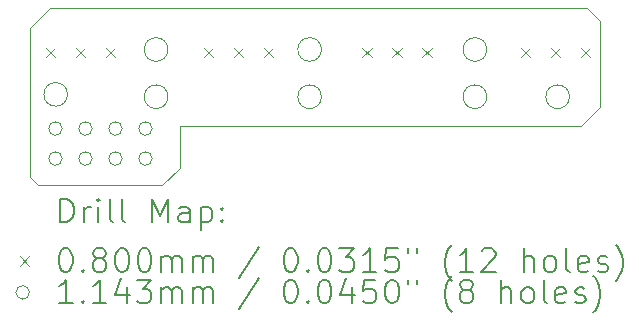
<source format=gbr>
%TF.GenerationSoftware,KiCad,Pcbnew,8.0.2-1*%
%TF.CreationDate,2024-07-06T18:07:39-04:00*%
%TF.ProjectId,sensor_v3,73656e73-6f72-45f7-9633-2e6b69636164,rev?*%
%TF.SameCoordinates,Original*%
%TF.FileFunction,Drillmap*%
%TF.FilePolarity,Positive*%
%FSLAX45Y45*%
G04 Gerber Fmt 4.5, Leading zero omitted, Abs format (unit mm)*
G04 Created by KiCad (PCBNEW 8.0.2-1) date 2024-07-06 18:07:39*
%MOMM*%
%LPD*%
G01*
G04 APERTURE LIST*
%ADD10C,0.050000*%
%ADD11C,0.200000*%
%ADD12C,0.100000*%
%ADD13C,0.114300*%
G04 APERTURE END LIST*
D10*
X3100000Y-2650000D02*
G75*
G02*
X2900000Y-2650000I-100000J0D01*
G01*
X2900000Y-2650000D02*
G75*
G02*
X3100000Y-2650000I100000J0D01*
G01*
X5800000Y-2250000D02*
G75*
G02*
X5600000Y-2250000I-100000J0D01*
G01*
X5600000Y-2250000D02*
G75*
G02*
X5800000Y-2250000I100000J0D01*
G01*
X4400000Y-2650000D02*
G75*
G02*
X4200000Y-2650000I-100000J0D01*
G01*
X4200000Y-2650000D02*
G75*
G02*
X4400000Y-2650000I100000J0D01*
G01*
X6500000Y-2650000D02*
G75*
G02*
X6300000Y-2650000I-100000J0D01*
G01*
X6300000Y-2650000D02*
G75*
G02*
X6500000Y-2650000I100000J0D01*
G01*
X4400000Y-2250000D02*
G75*
G02*
X4200000Y-2250000I-100000J0D01*
G01*
X4200000Y-2250000D02*
G75*
G02*
X4400000Y-2250000I100000J0D01*
G01*
X3100000Y-2250000D02*
G75*
G02*
X2900000Y-2250000I-100000J0D01*
G01*
X2900000Y-2250000D02*
G75*
G02*
X3100000Y-2250000I100000J0D01*
G01*
X2250000Y-2630000D02*
G75*
G02*
X2050000Y-2630000I-100000J0D01*
G01*
X2050000Y-2630000D02*
G75*
G02*
X2250000Y-2630000I100000J0D01*
G01*
X5800000Y-2650000D02*
G75*
G02*
X5600000Y-2650000I-100000J0D01*
G01*
X5600000Y-2650000D02*
G75*
G02*
X5800000Y-2650000I100000J0D01*
G01*
X6760000Y-2010000D02*
X6760000Y-2740000D01*
X6600000Y-2900000D01*
X3200000Y-2900000D01*
X3200000Y-3250000D01*
X3050000Y-3400000D01*
X2000000Y-3400000D01*
X1930000Y-3330000D01*
X1930000Y-2070000D01*
X2100000Y-1900000D01*
X6650000Y-1900000D01*
X6760000Y-2010000D01*
D11*
D12*
X2066000Y-2236000D02*
X2146000Y-2316000D01*
X2146000Y-2236000D02*
X2066000Y-2316000D01*
X2320000Y-2236000D02*
X2400000Y-2316000D01*
X2400000Y-2236000D02*
X2320000Y-2316000D01*
X2574000Y-2236000D02*
X2654000Y-2316000D01*
X2654000Y-2236000D02*
X2574000Y-2316000D01*
X3406000Y-2236000D02*
X3486000Y-2316000D01*
X3486000Y-2236000D02*
X3406000Y-2316000D01*
X3660000Y-2236000D02*
X3740000Y-2316000D01*
X3740000Y-2236000D02*
X3660000Y-2316000D01*
X3914000Y-2236000D02*
X3994000Y-2316000D01*
X3994000Y-2236000D02*
X3914000Y-2316000D01*
X4746000Y-2236000D02*
X4826000Y-2316000D01*
X4826000Y-2236000D02*
X4746000Y-2316000D01*
X5000000Y-2236000D02*
X5080000Y-2316000D01*
X5080000Y-2236000D02*
X5000000Y-2316000D01*
X5254000Y-2236000D02*
X5334000Y-2316000D01*
X5334000Y-2236000D02*
X5254000Y-2316000D01*
X6086000Y-2236000D02*
X6166000Y-2316000D01*
X6166000Y-2236000D02*
X6086000Y-2316000D01*
X6340000Y-2236000D02*
X6420000Y-2316000D01*
X6420000Y-2236000D02*
X6340000Y-2316000D01*
X6594000Y-2236000D02*
X6674000Y-2316000D01*
X6674000Y-2236000D02*
X6594000Y-2316000D01*
D13*
X2205150Y-2920000D02*
G75*
G02*
X2090850Y-2920000I-57150J0D01*
G01*
X2090850Y-2920000D02*
G75*
G02*
X2205150Y-2920000I57150J0D01*
G01*
X2205150Y-3174000D02*
G75*
G02*
X2090850Y-3174000I-57150J0D01*
G01*
X2090850Y-3174000D02*
G75*
G02*
X2205150Y-3174000I57150J0D01*
G01*
X2459150Y-2920000D02*
G75*
G02*
X2344850Y-2920000I-57150J0D01*
G01*
X2344850Y-2920000D02*
G75*
G02*
X2459150Y-2920000I57150J0D01*
G01*
X2459150Y-3174000D02*
G75*
G02*
X2344850Y-3174000I-57150J0D01*
G01*
X2344850Y-3174000D02*
G75*
G02*
X2459150Y-3174000I57150J0D01*
G01*
X2713150Y-2920000D02*
G75*
G02*
X2598850Y-2920000I-57150J0D01*
G01*
X2598850Y-2920000D02*
G75*
G02*
X2713150Y-2920000I57150J0D01*
G01*
X2713150Y-3174000D02*
G75*
G02*
X2598850Y-3174000I-57150J0D01*
G01*
X2598850Y-3174000D02*
G75*
G02*
X2713150Y-3174000I57150J0D01*
G01*
X2967150Y-2920000D02*
G75*
G02*
X2852850Y-2920000I-57150J0D01*
G01*
X2852850Y-2920000D02*
G75*
G02*
X2967150Y-2920000I57150J0D01*
G01*
X2967150Y-3174000D02*
G75*
G02*
X2852850Y-3174000I-57150J0D01*
G01*
X2852850Y-3174000D02*
G75*
G02*
X2967150Y-3174000I57150J0D01*
G01*
D11*
X2188277Y-3713984D02*
X2188277Y-3513984D01*
X2188277Y-3513984D02*
X2235896Y-3513984D01*
X2235896Y-3513984D02*
X2264467Y-3523508D01*
X2264467Y-3523508D02*
X2283515Y-3542555D01*
X2283515Y-3542555D02*
X2293039Y-3561603D01*
X2293039Y-3561603D02*
X2302563Y-3599698D01*
X2302563Y-3599698D02*
X2302563Y-3628269D01*
X2302563Y-3628269D02*
X2293039Y-3666365D01*
X2293039Y-3666365D02*
X2283515Y-3685412D01*
X2283515Y-3685412D02*
X2264467Y-3704460D01*
X2264467Y-3704460D02*
X2235896Y-3713984D01*
X2235896Y-3713984D02*
X2188277Y-3713984D01*
X2388277Y-3713984D02*
X2388277Y-3580650D01*
X2388277Y-3618746D02*
X2397801Y-3599698D01*
X2397801Y-3599698D02*
X2407324Y-3590174D01*
X2407324Y-3590174D02*
X2426372Y-3580650D01*
X2426372Y-3580650D02*
X2445420Y-3580650D01*
X2512086Y-3713984D02*
X2512086Y-3580650D01*
X2512086Y-3513984D02*
X2502563Y-3523508D01*
X2502563Y-3523508D02*
X2512086Y-3533031D01*
X2512086Y-3533031D02*
X2521610Y-3523508D01*
X2521610Y-3523508D02*
X2512086Y-3513984D01*
X2512086Y-3513984D02*
X2512086Y-3533031D01*
X2635896Y-3713984D02*
X2616848Y-3704460D01*
X2616848Y-3704460D02*
X2607324Y-3685412D01*
X2607324Y-3685412D02*
X2607324Y-3513984D01*
X2740658Y-3713984D02*
X2721610Y-3704460D01*
X2721610Y-3704460D02*
X2712086Y-3685412D01*
X2712086Y-3685412D02*
X2712086Y-3513984D01*
X2969229Y-3713984D02*
X2969229Y-3513984D01*
X2969229Y-3513984D02*
X3035896Y-3656841D01*
X3035896Y-3656841D02*
X3102562Y-3513984D01*
X3102562Y-3513984D02*
X3102562Y-3713984D01*
X3283515Y-3713984D02*
X3283515Y-3609222D01*
X3283515Y-3609222D02*
X3273991Y-3590174D01*
X3273991Y-3590174D02*
X3254943Y-3580650D01*
X3254943Y-3580650D02*
X3216848Y-3580650D01*
X3216848Y-3580650D02*
X3197801Y-3590174D01*
X3283515Y-3704460D02*
X3264467Y-3713984D01*
X3264467Y-3713984D02*
X3216848Y-3713984D01*
X3216848Y-3713984D02*
X3197801Y-3704460D01*
X3197801Y-3704460D02*
X3188277Y-3685412D01*
X3188277Y-3685412D02*
X3188277Y-3666365D01*
X3188277Y-3666365D02*
X3197801Y-3647317D01*
X3197801Y-3647317D02*
X3216848Y-3637793D01*
X3216848Y-3637793D02*
X3264467Y-3637793D01*
X3264467Y-3637793D02*
X3283515Y-3628269D01*
X3378753Y-3580650D02*
X3378753Y-3780650D01*
X3378753Y-3590174D02*
X3397801Y-3580650D01*
X3397801Y-3580650D02*
X3435896Y-3580650D01*
X3435896Y-3580650D02*
X3454943Y-3590174D01*
X3454943Y-3590174D02*
X3464467Y-3599698D01*
X3464467Y-3599698D02*
X3473991Y-3618746D01*
X3473991Y-3618746D02*
X3473991Y-3675888D01*
X3473991Y-3675888D02*
X3464467Y-3694936D01*
X3464467Y-3694936D02*
X3454943Y-3704460D01*
X3454943Y-3704460D02*
X3435896Y-3713984D01*
X3435896Y-3713984D02*
X3397801Y-3713984D01*
X3397801Y-3713984D02*
X3378753Y-3704460D01*
X3559705Y-3694936D02*
X3569229Y-3704460D01*
X3569229Y-3704460D02*
X3559705Y-3713984D01*
X3559705Y-3713984D02*
X3550182Y-3704460D01*
X3550182Y-3704460D02*
X3559705Y-3694936D01*
X3559705Y-3694936D02*
X3559705Y-3713984D01*
X3559705Y-3590174D02*
X3569229Y-3599698D01*
X3569229Y-3599698D02*
X3559705Y-3609222D01*
X3559705Y-3609222D02*
X3550182Y-3599698D01*
X3550182Y-3599698D02*
X3559705Y-3590174D01*
X3559705Y-3590174D02*
X3559705Y-3609222D01*
D12*
X1847500Y-4002500D02*
X1927500Y-4082500D01*
X1927500Y-4002500D02*
X1847500Y-4082500D01*
D11*
X2226372Y-3933984D02*
X2245420Y-3933984D01*
X2245420Y-3933984D02*
X2264467Y-3943508D01*
X2264467Y-3943508D02*
X2273991Y-3953031D01*
X2273991Y-3953031D02*
X2283515Y-3972079D01*
X2283515Y-3972079D02*
X2293039Y-4010174D01*
X2293039Y-4010174D02*
X2293039Y-4057793D01*
X2293039Y-4057793D02*
X2283515Y-4095888D01*
X2283515Y-4095888D02*
X2273991Y-4114936D01*
X2273991Y-4114936D02*
X2264467Y-4124460D01*
X2264467Y-4124460D02*
X2245420Y-4133984D01*
X2245420Y-4133984D02*
X2226372Y-4133984D01*
X2226372Y-4133984D02*
X2207324Y-4124460D01*
X2207324Y-4124460D02*
X2197801Y-4114936D01*
X2197801Y-4114936D02*
X2188277Y-4095888D01*
X2188277Y-4095888D02*
X2178753Y-4057793D01*
X2178753Y-4057793D02*
X2178753Y-4010174D01*
X2178753Y-4010174D02*
X2188277Y-3972079D01*
X2188277Y-3972079D02*
X2197801Y-3953031D01*
X2197801Y-3953031D02*
X2207324Y-3943508D01*
X2207324Y-3943508D02*
X2226372Y-3933984D01*
X2378753Y-4114936D02*
X2388277Y-4124460D01*
X2388277Y-4124460D02*
X2378753Y-4133984D01*
X2378753Y-4133984D02*
X2369229Y-4124460D01*
X2369229Y-4124460D02*
X2378753Y-4114936D01*
X2378753Y-4114936D02*
X2378753Y-4133984D01*
X2502563Y-4019698D02*
X2483515Y-4010174D01*
X2483515Y-4010174D02*
X2473991Y-4000650D01*
X2473991Y-4000650D02*
X2464467Y-3981603D01*
X2464467Y-3981603D02*
X2464467Y-3972079D01*
X2464467Y-3972079D02*
X2473991Y-3953031D01*
X2473991Y-3953031D02*
X2483515Y-3943508D01*
X2483515Y-3943508D02*
X2502563Y-3933984D01*
X2502563Y-3933984D02*
X2540658Y-3933984D01*
X2540658Y-3933984D02*
X2559705Y-3943508D01*
X2559705Y-3943508D02*
X2569229Y-3953031D01*
X2569229Y-3953031D02*
X2578753Y-3972079D01*
X2578753Y-3972079D02*
X2578753Y-3981603D01*
X2578753Y-3981603D02*
X2569229Y-4000650D01*
X2569229Y-4000650D02*
X2559705Y-4010174D01*
X2559705Y-4010174D02*
X2540658Y-4019698D01*
X2540658Y-4019698D02*
X2502563Y-4019698D01*
X2502563Y-4019698D02*
X2483515Y-4029222D01*
X2483515Y-4029222D02*
X2473991Y-4038746D01*
X2473991Y-4038746D02*
X2464467Y-4057793D01*
X2464467Y-4057793D02*
X2464467Y-4095888D01*
X2464467Y-4095888D02*
X2473991Y-4114936D01*
X2473991Y-4114936D02*
X2483515Y-4124460D01*
X2483515Y-4124460D02*
X2502563Y-4133984D01*
X2502563Y-4133984D02*
X2540658Y-4133984D01*
X2540658Y-4133984D02*
X2559705Y-4124460D01*
X2559705Y-4124460D02*
X2569229Y-4114936D01*
X2569229Y-4114936D02*
X2578753Y-4095888D01*
X2578753Y-4095888D02*
X2578753Y-4057793D01*
X2578753Y-4057793D02*
X2569229Y-4038746D01*
X2569229Y-4038746D02*
X2559705Y-4029222D01*
X2559705Y-4029222D02*
X2540658Y-4019698D01*
X2702563Y-3933984D02*
X2721610Y-3933984D01*
X2721610Y-3933984D02*
X2740658Y-3943508D01*
X2740658Y-3943508D02*
X2750182Y-3953031D01*
X2750182Y-3953031D02*
X2759705Y-3972079D01*
X2759705Y-3972079D02*
X2769229Y-4010174D01*
X2769229Y-4010174D02*
X2769229Y-4057793D01*
X2769229Y-4057793D02*
X2759705Y-4095888D01*
X2759705Y-4095888D02*
X2750182Y-4114936D01*
X2750182Y-4114936D02*
X2740658Y-4124460D01*
X2740658Y-4124460D02*
X2721610Y-4133984D01*
X2721610Y-4133984D02*
X2702563Y-4133984D01*
X2702563Y-4133984D02*
X2683515Y-4124460D01*
X2683515Y-4124460D02*
X2673991Y-4114936D01*
X2673991Y-4114936D02*
X2664467Y-4095888D01*
X2664467Y-4095888D02*
X2654944Y-4057793D01*
X2654944Y-4057793D02*
X2654944Y-4010174D01*
X2654944Y-4010174D02*
X2664467Y-3972079D01*
X2664467Y-3972079D02*
X2673991Y-3953031D01*
X2673991Y-3953031D02*
X2683515Y-3943508D01*
X2683515Y-3943508D02*
X2702563Y-3933984D01*
X2893039Y-3933984D02*
X2912086Y-3933984D01*
X2912086Y-3933984D02*
X2931134Y-3943508D01*
X2931134Y-3943508D02*
X2940658Y-3953031D01*
X2940658Y-3953031D02*
X2950182Y-3972079D01*
X2950182Y-3972079D02*
X2959705Y-4010174D01*
X2959705Y-4010174D02*
X2959705Y-4057793D01*
X2959705Y-4057793D02*
X2950182Y-4095888D01*
X2950182Y-4095888D02*
X2940658Y-4114936D01*
X2940658Y-4114936D02*
X2931134Y-4124460D01*
X2931134Y-4124460D02*
X2912086Y-4133984D01*
X2912086Y-4133984D02*
X2893039Y-4133984D01*
X2893039Y-4133984D02*
X2873991Y-4124460D01*
X2873991Y-4124460D02*
X2864467Y-4114936D01*
X2864467Y-4114936D02*
X2854943Y-4095888D01*
X2854943Y-4095888D02*
X2845420Y-4057793D01*
X2845420Y-4057793D02*
X2845420Y-4010174D01*
X2845420Y-4010174D02*
X2854943Y-3972079D01*
X2854943Y-3972079D02*
X2864467Y-3953031D01*
X2864467Y-3953031D02*
X2873991Y-3943508D01*
X2873991Y-3943508D02*
X2893039Y-3933984D01*
X3045420Y-4133984D02*
X3045420Y-4000650D01*
X3045420Y-4019698D02*
X3054943Y-4010174D01*
X3054943Y-4010174D02*
X3073991Y-4000650D01*
X3073991Y-4000650D02*
X3102563Y-4000650D01*
X3102563Y-4000650D02*
X3121610Y-4010174D01*
X3121610Y-4010174D02*
X3131134Y-4029222D01*
X3131134Y-4029222D02*
X3131134Y-4133984D01*
X3131134Y-4029222D02*
X3140658Y-4010174D01*
X3140658Y-4010174D02*
X3159705Y-4000650D01*
X3159705Y-4000650D02*
X3188277Y-4000650D01*
X3188277Y-4000650D02*
X3207324Y-4010174D01*
X3207324Y-4010174D02*
X3216848Y-4029222D01*
X3216848Y-4029222D02*
X3216848Y-4133984D01*
X3312086Y-4133984D02*
X3312086Y-4000650D01*
X3312086Y-4019698D02*
X3321610Y-4010174D01*
X3321610Y-4010174D02*
X3340658Y-4000650D01*
X3340658Y-4000650D02*
X3369229Y-4000650D01*
X3369229Y-4000650D02*
X3388277Y-4010174D01*
X3388277Y-4010174D02*
X3397801Y-4029222D01*
X3397801Y-4029222D02*
X3397801Y-4133984D01*
X3397801Y-4029222D02*
X3407324Y-4010174D01*
X3407324Y-4010174D02*
X3426372Y-4000650D01*
X3426372Y-4000650D02*
X3454943Y-4000650D01*
X3454943Y-4000650D02*
X3473991Y-4010174D01*
X3473991Y-4010174D02*
X3483515Y-4029222D01*
X3483515Y-4029222D02*
X3483515Y-4133984D01*
X3873991Y-3924460D02*
X3702563Y-4181603D01*
X4131134Y-3933984D02*
X4150182Y-3933984D01*
X4150182Y-3933984D02*
X4169229Y-3943508D01*
X4169229Y-3943508D02*
X4178753Y-3953031D01*
X4178753Y-3953031D02*
X4188277Y-3972079D01*
X4188277Y-3972079D02*
X4197801Y-4010174D01*
X4197801Y-4010174D02*
X4197801Y-4057793D01*
X4197801Y-4057793D02*
X4188277Y-4095888D01*
X4188277Y-4095888D02*
X4178753Y-4114936D01*
X4178753Y-4114936D02*
X4169229Y-4124460D01*
X4169229Y-4124460D02*
X4150182Y-4133984D01*
X4150182Y-4133984D02*
X4131134Y-4133984D01*
X4131134Y-4133984D02*
X4112086Y-4124460D01*
X4112086Y-4124460D02*
X4102563Y-4114936D01*
X4102563Y-4114936D02*
X4093039Y-4095888D01*
X4093039Y-4095888D02*
X4083515Y-4057793D01*
X4083515Y-4057793D02*
X4083515Y-4010174D01*
X4083515Y-4010174D02*
X4093039Y-3972079D01*
X4093039Y-3972079D02*
X4102563Y-3953031D01*
X4102563Y-3953031D02*
X4112086Y-3943508D01*
X4112086Y-3943508D02*
X4131134Y-3933984D01*
X4283515Y-4114936D02*
X4293039Y-4124460D01*
X4293039Y-4124460D02*
X4283515Y-4133984D01*
X4283515Y-4133984D02*
X4273991Y-4124460D01*
X4273991Y-4124460D02*
X4283515Y-4114936D01*
X4283515Y-4114936D02*
X4283515Y-4133984D01*
X4416848Y-3933984D02*
X4435896Y-3933984D01*
X4435896Y-3933984D02*
X4454944Y-3943508D01*
X4454944Y-3943508D02*
X4464468Y-3953031D01*
X4464468Y-3953031D02*
X4473991Y-3972079D01*
X4473991Y-3972079D02*
X4483515Y-4010174D01*
X4483515Y-4010174D02*
X4483515Y-4057793D01*
X4483515Y-4057793D02*
X4473991Y-4095888D01*
X4473991Y-4095888D02*
X4464468Y-4114936D01*
X4464468Y-4114936D02*
X4454944Y-4124460D01*
X4454944Y-4124460D02*
X4435896Y-4133984D01*
X4435896Y-4133984D02*
X4416848Y-4133984D01*
X4416848Y-4133984D02*
X4397801Y-4124460D01*
X4397801Y-4124460D02*
X4388277Y-4114936D01*
X4388277Y-4114936D02*
X4378753Y-4095888D01*
X4378753Y-4095888D02*
X4369229Y-4057793D01*
X4369229Y-4057793D02*
X4369229Y-4010174D01*
X4369229Y-4010174D02*
X4378753Y-3972079D01*
X4378753Y-3972079D02*
X4388277Y-3953031D01*
X4388277Y-3953031D02*
X4397801Y-3943508D01*
X4397801Y-3943508D02*
X4416848Y-3933984D01*
X4550182Y-3933984D02*
X4673991Y-3933984D01*
X4673991Y-3933984D02*
X4607325Y-4010174D01*
X4607325Y-4010174D02*
X4635896Y-4010174D01*
X4635896Y-4010174D02*
X4654944Y-4019698D01*
X4654944Y-4019698D02*
X4664468Y-4029222D01*
X4664468Y-4029222D02*
X4673991Y-4048269D01*
X4673991Y-4048269D02*
X4673991Y-4095888D01*
X4673991Y-4095888D02*
X4664468Y-4114936D01*
X4664468Y-4114936D02*
X4654944Y-4124460D01*
X4654944Y-4124460D02*
X4635896Y-4133984D01*
X4635896Y-4133984D02*
X4578753Y-4133984D01*
X4578753Y-4133984D02*
X4559706Y-4124460D01*
X4559706Y-4124460D02*
X4550182Y-4114936D01*
X4864468Y-4133984D02*
X4750182Y-4133984D01*
X4807325Y-4133984D02*
X4807325Y-3933984D01*
X4807325Y-3933984D02*
X4788277Y-3962555D01*
X4788277Y-3962555D02*
X4769229Y-3981603D01*
X4769229Y-3981603D02*
X4750182Y-3991127D01*
X5045420Y-3933984D02*
X4950182Y-3933984D01*
X4950182Y-3933984D02*
X4940658Y-4029222D01*
X4940658Y-4029222D02*
X4950182Y-4019698D01*
X4950182Y-4019698D02*
X4969229Y-4010174D01*
X4969229Y-4010174D02*
X5016849Y-4010174D01*
X5016849Y-4010174D02*
X5035896Y-4019698D01*
X5035896Y-4019698D02*
X5045420Y-4029222D01*
X5045420Y-4029222D02*
X5054944Y-4048269D01*
X5054944Y-4048269D02*
X5054944Y-4095888D01*
X5054944Y-4095888D02*
X5045420Y-4114936D01*
X5045420Y-4114936D02*
X5035896Y-4124460D01*
X5035896Y-4124460D02*
X5016849Y-4133984D01*
X5016849Y-4133984D02*
X4969229Y-4133984D01*
X4969229Y-4133984D02*
X4950182Y-4124460D01*
X4950182Y-4124460D02*
X4940658Y-4114936D01*
X5131134Y-3933984D02*
X5131134Y-3972079D01*
X5207325Y-3933984D02*
X5207325Y-3972079D01*
X5502563Y-4210174D02*
X5493039Y-4200650D01*
X5493039Y-4200650D02*
X5473991Y-4172079D01*
X5473991Y-4172079D02*
X5464468Y-4153031D01*
X5464468Y-4153031D02*
X5454944Y-4124460D01*
X5454944Y-4124460D02*
X5445420Y-4076841D01*
X5445420Y-4076841D02*
X5445420Y-4038746D01*
X5445420Y-4038746D02*
X5454944Y-3991127D01*
X5454944Y-3991127D02*
X5464468Y-3962555D01*
X5464468Y-3962555D02*
X5473991Y-3943508D01*
X5473991Y-3943508D02*
X5493039Y-3914936D01*
X5493039Y-3914936D02*
X5502563Y-3905412D01*
X5683515Y-4133984D02*
X5569230Y-4133984D01*
X5626372Y-4133984D02*
X5626372Y-3933984D01*
X5626372Y-3933984D02*
X5607325Y-3962555D01*
X5607325Y-3962555D02*
X5588277Y-3981603D01*
X5588277Y-3981603D02*
X5569230Y-3991127D01*
X5759706Y-3953031D02*
X5769229Y-3943508D01*
X5769229Y-3943508D02*
X5788277Y-3933984D01*
X5788277Y-3933984D02*
X5835896Y-3933984D01*
X5835896Y-3933984D02*
X5854944Y-3943508D01*
X5854944Y-3943508D02*
X5864468Y-3953031D01*
X5864468Y-3953031D02*
X5873991Y-3972079D01*
X5873991Y-3972079D02*
X5873991Y-3991127D01*
X5873991Y-3991127D02*
X5864468Y-4019698D01*
X5864468Y-4019698D02*
X5750182Y-4133984D01*
X5750182Y-4133984D02*
X5873991Y-4133984D01*
X6112087Y-4133984D02*
X6112087Y-3933984D01*
X6197801Y-4133984D02*
X6197801Y-4029222D01*
X6197801Y-4029222D02*
X6188277Y-4010174D01*
X6188277Y-4010174D02*
X6169230Y-4000650D01*
X6169230Y-4000650D02*
X6140658Y-4000650D01*
X6140658Y-4000650D02*
X6121610Y-4010174D01*
X6121610Y-4010174D02*
X6112087Y-4019698D01*
X6321610Y-4133984D02*
X6302563Y-4124460D01*
X6302563Y-4124460D02*
X6293039Y-4114936D01*
X6293039Y-4114936D02*
X6283515Y-4095888D01*
X6283515Y-4095888D02*
X6283515Y-4038746D01*
X6283515Y-4038746D02*
X6293039Y-4019698D01*
X6293039Y-4019698D02*
X6302563Y-4010174D01*
X6302563Y-4010174D02*
X6321610Y-4000650D01*
X6321610Y-4000650D02*
X6350182Y-4000650D01*
X6350182Y-4000650D02*
X6369230Y-4010174D01*
X6369230Y-4010174D02*
X6378753Y-4019698D01*
X6378753Y-4019698D02*
X6388277Y-4038746D01*
X6388277Y-4038746D02*
X6388277Y-4095888D01*
X6388277Y-4095888D02*
X6378753Y-4114936D01*
X6378753Y-4114936D02*
X6369230Y-4124460D01*
X6369230Y-4124460D02*
X6350182Y-4133984D01*
X6350182Y-4133984D02*
X6321610Y-4133984D01*
X6502563Y-4133984D02*
X6483515Y-4124460D01*
X6483515Y-4124460D02*
X6473991Y-4105412D01*
X6473991Y-4105412D02*
X6473991Y-3933984D01*
X6654944Y-4124460D02*
X6635896Y-4133984D01*
X6635896Y-4133984D02*
X6597801Y-4133984D01*
X6597801Y-4133984D02*
X6578753Y-4124460D01*
X6578753Y-4124460D02*
X6569230Y-4105412D01*
X6569230Y-4105412D02*
X6569230Y-4029222D01*
X6569230Y-4029222D02*
X6578753Y-4010174D01*
X6578753Y-4010174D02*
X6597801Y-4000650D01*
X6597801Y-4000650D02*
X6635896Y-4000650D01*
X6635896Y-4000650D02*
X6654944Y-4010174D01*
X6654944Y-4010174D02*
X6664468Y-4029222D01*
X6664468Y-4029222D02*
X6664468Y-4048269D01*
X6664468Y-4048269D02*
X6569230Y-4067317D01*
X6740658Y-4124460D02*
X6759706Y-4133984D01*
X6759706Y-4133984D02*
X6797801Y-4133984D01*
X6797801Y-4133984D02*
X6816849Y-4124460D01*
X6816849Y-4124460D02*
X6826372Y-4105412D01*
X6826372Y-4105412D02*
X6826372Y-4095888D01*
X6826372Y-4095888D02*
X6816849Y-4076841D01*
X6816849Y-4076841D02*
X6797801Y-4067317D01*
X6797801Y-4067317D02*
X6769230Y-4067317D01*
X6769230Y-4067317D02*
X6750182Y-4057793D01*
X6750182Y-4057793D02*
X6740658Y-4038746D01*
X6740658Y-4038746D02*
X6740658Y-4029222D01*
X6740658Y-4029222D02*
X6750182Y-4010174D01*
X6750182Y-4010174D02*
X6769230Y-4000650D01*
X6769230Y-4000650D02*
X6797801Y-4000650D01*
X6797801Y-4000650D02*
X6816849Y-4010174D01*
X6893039Y-4210174D02*
X6902563Y-4200650D01*
X6902563Y-4200650D02*
X6921611Y-4172079D01*
X6921611Y-4172079D02*
X6931134Y-4153031D01*
X6931134Y-4153031D02*
X6940658Y-4124460D01*
X6940658Y-4124460D02*
X6950182Y-4076841D01*
X6950182Y-4076841D02*
X6950182Y-4038746D01*
X6950182Y-4038746D02*
X6940658Y-3991127D01*
X6940658Y-3991127D02*
X6931134Y-3962555D01*
X6931134Y-3962555D02*
X6921611Y-3943508D01*
X6921611Y-3943508D02*
X6902563Y-3914936D01*
X6902563Y-3914936D02*
X6893039Y-3905412D01*
D13*
X1927500Y-4306500D02*
G75*
G02*
X1813200Y-4306500I-57150J0D01*
G01*
X1813200Y-4306500D02*
G75*
G02*
X1927500Y-4306500I57150J0D01*
G01*
D11*
X2293039Y-4397984D02*
X2178753Y-4397984D01*
X2235896Y-4397984D02*
X2235896Y-4197984D01*
X2235896Y-4197984D02*
X2216848Y-4226555D01*
X2216848Y-4226555D02*
X2197801Y-4245603D01*
X2197801Y-4245603D02*
X2178753Y-4255127D01*
X2378753Y-4378936D02*
X2388277Y-4388460D01*
X2388277Y-4388460D02*
X2378753Y-4397984D01*
X2378753Y-4397984D02*
X2369229Y-4388460D01*
X2369229Y-4388460D02*
X2378753Y-4378936D01*
X2378753Y-4378936D02*
X2378753Y-4397984D01*
X2578753Y-4397984D02*
X2464467Y-4397984D01*
X2521610Y-4397984D02*
X2521610Y-4197984D01*
X2521610Y-4197984D02*
X2502563Y-4226555D01*
X2502563Y-4226555D02*
X2483515Y-4245603D01*
X2483515Y-4245603D02*
X2464467Y-4255127D01*
X2750182Y-4264650D02*
X2750182Y-4397984D01*
X2702563Y-4188460D02*
X2654944Y-4331317D01*
X2654944Y-4331317D02*
X2778753Y-4331317D01*
X2835896Y-4197984D02*
X2959705Y-4197984D01*
X2959705Y-4197984D02*
X2893039Y-4274174D01*
X2893039Y-4274174D02*
X2921610Y-4274174D01*
X2921610Y-4274174D02*
X2940658Y-4283698D01*
X2940658Y-4283698D02*
X2950182Y-4293222D01*
X2950182Y-4293222D02*
X2959705Y-4312270D01*
X2959705Y-4312270D02*
X2959705Y-4359889D01*
X2959705Y-4359889D02*
X2950182Y-4378936D01*
X2950182Y-4378936D02*
X2940658Y-4388460D01*
X2940658Y-4388460D02*
X2921610Y-4397984D01*
X2921610Y-4397984D02*
X2864467Y-4397984D01*
X2864467Y-4397984D02*
X2845420Y-4388460D01*
X2845420Y-4388460D02*
X2835896Y-4378936D01*
X3045420Y-4397984D02*
X3045420Y-4264650D01*
X3045420Y-4283698D02*
X3054943Y-4274174D01*
X3054943Y-4274174D02*
X3073991Y-4264650D01*
X3073991Y-4264650D02*
X3102563Y-4264650D01*
X3102563Y-4264650D02*
X3121610Y-4274174D01*
X3121610Y-4274174D02*
X3131134Y-4293222D01*
X3131134Y-4293222D02*
X3131134Y-4397984D01*
X3131134Y-4293222D02*
X3140658Y-4274174D01*
X3140658Y-4274174D02*
X3159705Y-4264650D01*
X3159705Y-4264650D02*
X3188277Y-4264650D01*
X3188277Y-4264650D02*
X3207324Y-4274174D01*
X3207324Y-4274174D02*
X3216848Y-4293222D01*
X3216848Y-4293222D02*
X3216848Y-4397984D01*
X3312086Y-4397984D02*
X3312086Y-4264650D01*
X3312086Y-4283698D02*
X3321610Y-4274174D01*
X3321610Y-4274174D02*
X3340658Y-4264650D01*
X3340658Y-4264650D02*
X3369229Y-4264650D01*
X3369229Y-4264650D02*
X3388277Y-4274174D01*
X3388277Y-4274174D02*
X3397801Y-4293222D01*
X3397801Y-4293222D02*
X3397801Y-4397984D01*
X3397801Y-4293222D02*
X3407324Y-4274174D01*
X3407324Y-4274174D02*
X3426372Y-4264650D01*
X3426372Y-4264650D02*
X3454943Y-4264650D01*
X3454943Y-4264650D02*
X3473991Y-4274174D01*
X3473991Y-4274174D02*
X3483515Y-4293222D01*
X3483515Y-4293222D02*
X3483515Y-4397984D01*
X3873991Y-4188460D02*
X3702563Y-4445603D01*
X4131134Y-4197984D02*
X4150182Y-4197984D01*
X4150182Y-4197984D02*
X4169229Y-4207508D01*
X4169229Y-4207508D02*
X4178753Y-4217031D01*
X4178753Y-4217031D02*
X4188277Y-4236079D01*
X4188277Y-4236079D02*
X4197801Y-4274174D01*
X4197801Y-4274174D02*
X4197801Y-4321793D01*
X4197801Y-4321793D02*
X4188277Y-4359889D01*
X4188277Y-4359889D02*
X4178753Y-4378936D01*
X4178753Y-4378936D02*
X4169229Y-4388460D01*
X4169229Y-4388460D02*
X4150182Y-4397984D01*
X4150182Y-4397984D02*
X4131134Y-4397984D01*
X4131134Y-4397984D02*
X4112086Y-4388460D01*
X4112086Y-4388460D02*
X4102563Y-4378936D01*
X4102563Y-4378936D02*
X4093039Y-4359889D01*
X4093039Y-4359889D02*
X4083515Y-4321793D01*
X4083515Y-4321793D02*
X4083515Y-4274174D01*
X4083515Y-4274174D02*
X4093039Y-4236079D01*
X4093039Y-4236079D02*
X4102563Y-4217031D01*
X4102563Y-4217031D02*
X4112086Y-4207508D01*
X4112086Y-4207508D02*
X4131134Y-4197984D01*
X4283515Y-4378936D02*
X4293039Y-4388460D01*
X4293039Y-4388460D02*
X4283515Y-4397984D01*
X4283515Y-4397984D02*
X4273991Y-4388460D01*
X4273991Y-4388460D02*
X4283515Y-4378936D01*
X4283515Y-4378936D02*
X4283515Y-4397984D01*
X4416848Y-4197984D02*
X4435896Y-4197984D01*
X4435896Y-4197984D02*
X4454944Y-4207508D01*
X4454944Y-4207508D02*
X4464468Y-4217031D01*
X4464468Y-4217031D02*
X4473991Y-4236079D01*
X4473991Y-4236079D02*
X4483515Y-4274174D01*
X4483515Y-4274174D02*
X4483515Y-4321793D01*
X4483515Y-4321793D02*
X4473991Y-4359889D01*
X4473991Y-4359889D02*
X4464468Y-4378936D01*
X4464468Y-4378936D02*
X4454944Y-4388460D01*
X4454944Y-4388460D02*
X4435896Y-4397984D01*
X4435896Y-4397984D02*
X4416848Y-4397984D01*
X4416848Y-4397984D02*
X4397801Y-4388460D01*
X4397801Y-4388460D02*
X4388277Y-4378936D01*
X4388277Y-4378936D02*
X4378753Y-4359889D01*
X4378753Y-4359889D02*
X4369229Y-4321793D01*
X4369229Y-4321793D02*
X4369229Y-4274174D01*
X4369229Y-4274174D02*
X4378753Y-4236079D01*
X4378753Y-4236079D02*
X4388277Y-4217031D01*
X4388277Y-4217031D02*
X4397801Y-4207508D01*
X4397801Y-4207508D02*
X4416848Y-4197984D01*
X4654944Y-4264650D02*
X4654944Y-4397984D01*
X4607325Y-4188460D02*
X4559706Y-4331317D01*
X4559706Y-4331317D02*
X4683515Y-4331317D01*
X4854944Y-4197984D02*
X4759706Y-4197984D01*
X4759706Y-4197984D02*
X4750182Y-4293222D01*
X4750182Y-4293222D02*
X4759706Y-4283698D01*
X4759706Y-4283698D02*
X4778753Y-4274174D01*
X4778753Y-4274174D02*
X4826372Y-4274174D01*
X4826372Y-4274174D02*
X4845420Y-4283698D01*
X4845420Y-4283698D02*
X4854944Y-4293222D01*
X4854944Y-4293222D02*
X4864468Y-4312270D01*
X4864468Y-4312270D02*
X4864468Y-4359889D01*
X4864468Y-4359889D02*
X4854944Y-4378936D01*
X4854944Y-4378936D02*
X4845420Y-4388460D01*
X4845420Y-4388460D02*
X4826372Y-4397984D01*
X4826372Y-4397984D02*
X4778753Y-4397984D01*
X4778753Y-4397984D02*
X4759706Y-4388460D01*
X4759706Y-4388460D02*
X4750182Y-4378936D01*
X4988277Y-4197984D02*
X5007325Y-4197984D01*
X5007325Y-4197984D02*
X5026372Y-4207508D01*
X5026372Y-4207508D02*
X5035896Y-4217031D01*
X5035896Y-4217031D02*
X5045420Y-4236079D01*
X5045420Y-4236079D02*
X5054944Y-4274174D01*
X5054944Y-4274174D02*
X5054944Y-4321793D01*
X5054944Y-4321793D02*
X5045420Y-4359889D01*
X5045420Y-4359889D02*
X5035896Y-4378936D01*
X5035896Y-4378936D02*
X5026372Y-4388460D01*
X5026372Y-4388460D02*
X5007325Y-4397984D01*
X5007325Y-4397984D02*
X4988277Y-4397984D01*
X4988277Y-4397984D02*
X4969229Y-4388460D01*
X4969229Y-4388460D02*
X4959706Y-4378936D01*
X4959706Y-4378936D02*
X4950182Y-4359889D01*
X4950182Y-4359889D02*
X4940658Y-4321793D01*
X4940658Y-4321793D02*
X4940658Y-4274174D01*
X4940658Y-4274174D02*
X4950182Y-4236079D01*
X4950182Y-4236079D02*
X4959706Y-4217031D01*
X4959706Y-4217031D02*
X4969229Y-4207508D01*
X4969229Y-4207508D02*
X4988277Y-4197984D01*
X5131134Y-4197984D02*
X5131134Y-4236079D01*
X5207325Y-4197984D02*
X5207325Y-4236079D01*
X5502563Y-4474174D02*
X5493039Y-4464650D01*
X5493039Y-4464650D02*
X5473991Y-4436079D01*
X5473991Y-4436079D02*
X5464468Y-4417031D01*
X5464468Y-4417031D02*
X5454944Y-4388460D01*
X5454944Y-4388460D02*
X5445420Y-4340841D01*
X5445420Y-4340841D02*
X5445420Y-4302746D01*
X5445420Y-4302746D02*
X5454944Y-4255127D01*
X5454944Y-4255127D02*
X5464468Y-4226555D01*
X5464468Y-4226555D02*
X5473991Y-4207508D01*
X5473991Y-4207508D02*
X5493039Y-4178936D01*
X5493039Y-4178936D02*
X5502563Y-4169412D01*
X5607325Y-4283698D02*
X5588277Y-4274174D01*
X5588277Y-4274174D02*
X5578753Y-4264650D01*
X5578753Y-4264650D02*
X5569230Y-4245603D01*
X5569230Y-4245603D02*
X5569230Y-4236079D01*
X5569230Y-4236079D02*
X5578753Y-4217031D01*
X5578753Y-4217031D02*
X5588277Y-4207508D01*
X5588277Y-4207508D02*
X5607325Y-4197984D01*
X5607325Y-4197984D02*
X5645420Y-4197984D01*
X5645420Y-4197984D02*
X5664468Y-4207508D01*
X5664468Y-4207508D02*
X5673991Y-4217031D01*
X5673991Y-4217031D02*
X5683515Y-4236079D01*
X5683515Y-4236079D02*
X5683515Y-4245603D01*
X5683515Y-4245603D02*
X5673991Y-4264650D01*
X5673991Y-4264650D02*
X5664468Y-4274174D01*
X5664468Y-4274174D02*
X5645420Y-4283698D01*
X5645420Y-4283698D02*
X5607325Y-4283698D01*
X5607325Y-4283698D02*
X5588277Y-4293222D01*
X5588277Y-4293222D02*
X5578753Y-4302746D01*
X5578753Y-4302746D02*
X5569230Y-4321793D01*
X5569230Y-4321793D02*
X5569230Y-4359889D01*
X5569230Y-4359889D02*
X5578753Y-4378936D01*
X5578753Y-4378936D02*
X5588277Y-4388460D01*
X5588277Y-4388460D02*
X5607325Y-4397984D01*
X5607325Y-4397984D02*
X5645420Y-4397984D01*
X5645420Y-4397984D02*
X5664468Y-4388460D01*
X5664468Y-4388460D02*
X5673991Y-4378936D01*
X5673991Y-4378936D02*
X5683515Y-4359889D01*
X5683515Y-4359889D02*
X5683515Y-4321793D01*
X5683515Y-4321793D02*
X5673991Y-4302746D01*
X5673991Y-4302746D02*
X5664468Y-4293222D01*
X5664468Y-4293222D02*
X5645420Y-4283698D01*
X5921610Y-4397984D02*
X5921610Y-4197984D01*
X6007325Y-4397984D02*
X6007325Y-4293222D01*
X6007325Y-4293222D02*
X5997801Y-4274174D01*
X5997801Y-4274174D02*
X5978753Y-4264650D01*
X5978753Y-4264650D02*
X5950182Y-4264650D01*
X5950182Y-4264650D02*
X5931134Y-4274174D01*
X5931134Y-4274174D02*
X5921610Y-4283698D01*
X6131134Y-4397984D02*
X6112087Y-4388460D01*
X6112087Y-4388460D02*
X6102563Y-4378936D01*
X6102563Y-4378936D02*
X6093039Y-4359889D01*
X6093039Y-4359889D02*
X6093039Y-4302746D01*
X6093039Y-4302746D02*
X6102563Y-4283698D01*
X6102563Y-4283698D02*
X6112087Y-4274174D01*
X6112087Y-4274174D02*
X6131134Y-4264650D01*
X6131134Y-4264650D02*
X6159706Y-4264650D01*
X6159706Y-4264650D02*
X6178753Y-4274174D01*
X6178753Y-4274174D02*
X6188277Y-4283698D01*
X6188277Y-4283698D02*
X6197801Y-4302746D01*
X6197801Y-4302746D02*
X6197801Y-4359889D01*
X6197801Y-4359889D02*
X6188277Y-4378936D01*
X6188277Y-4378936D02*
X6178753Y-4388460D01*
X6178753Y-4388460D02*
X6159706Y-4397984D01*
X6159706Y-4397984D02*
X6131134Y-4397984D01*
X6312087Y-4397984D02*
X6293039Y-4388460D01*
X6293039Y-4388460D02*
X6283515Y-4369412D01*
X6283515Y-4369412D02*
X6283515Y-4197984D01*
X6464468Y-4388460D02*
X6445420Y-4397984D01*
X6445420Y-4397984D02*
X6407325Y-4397984D01*
X6407325Y-4397984D02*
X6388277Y-4388460D01*
X6388277Y-4388460D02*
X6378753Y-4369412D01*
X6378753Y-4369412D02*
X6378753Y-4293222D01*
X6378753Y-4293222D02*
X6388277Y-4274174D01*
X6388277Y-4274174D02*
X6407325Y-4264650D01*
X6407325Y-4264650D02*
X6445420Y-4264650D01*
X6445420Y-4264650D02*
X6464468Y-4274174D01*
X6464468Y-4274174D02*
X6473991Y-4293222D01*
X6473991Y-4293222D02*
X6473991Y-4312270D01*
X6473991Y-4312270D02*
X6378753Y-4331317D01*
X6550182Y-4388460D02*
X6569230Y-4397984D01*
X6569230Y-4397984D02*
X6607325Y-4397984D01*
X6607325Y-4397984D02*
X6626372Y-4388460D01*
X6626372Y-4388460D02*
X6635896Y-4369412D01*
X6635896Y-4369412D02*
X6635896Y-4359889D01*
X6635896Y-4359889D02*
X6626372Y-4340841D01*
X6626372Y-4340841D02*
X6607325Y-4331317D01*
X6607325Y-4331317D02*
X6578753Y-4331317D01*
X6578753Y-4331317D02*
X6559706Y-4321793D01*
X6559706Y-4321793D02*
X6550182Y-4302746D01*
X6550182Y-4302746D02*
X6550182Y-4293222D01*
X6550182Y-4293222D02*
X6559706Y-4274174D01*
X6559706Y-4274174D02*
X6578753Y-4264650D01*
X6578753Y-4264650D02*
X6607325Y-4264650D01*
X6607325Y-4264650D02*
X6626372Y-4274174D01*
X6702563Y-4474174D02*
X6712087Y-4464650D01*
X6712087Y-4464650D02*
X6731134Y-4436079D01*
X6731134Y-4436079D02*
X6740658Y-4417031D01*
X6740658Y-4417031D02*
X6750182Y-4388460D01*
X6750182Y-4388460D02*
X6759706Y-4340841D01*
X6759706Y-4340841D02*
X6759706Y-4302746D01*
X6759706Y-4302746D02*
X6750182Y-4255127D01*
X6750182Y-4255127D02*
X6740658Y-4226555D01*
X6740658Y-4226555D02*
X6731134Y-4207508D01*
X6731134Y-4207508D02*
X6712087Y-4178936D01*
X6712087Y-4178936D02*
X6702563Y-4169412D01*
M02*

</source>
